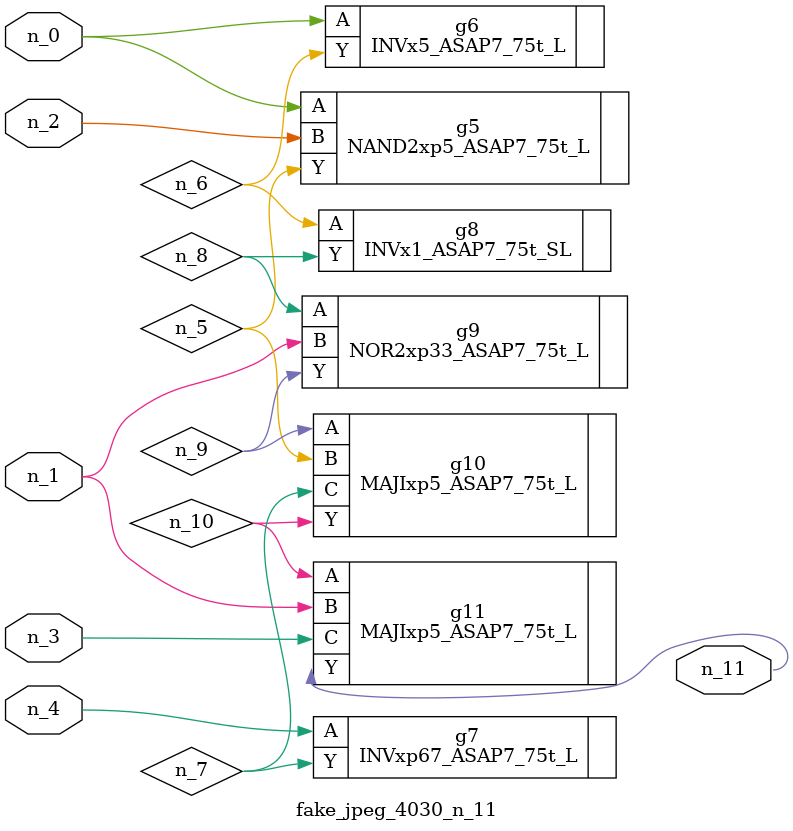
<source format=v>
module fake_jpeg_4030_n_11 (n_3, n_2, n_1, n_0, n_4, n_11);

input n_3;
input n_2;
input n_1;
input n_0;
input n_4;

output n_11;

wire n_10;
wire n_8;
wire n_9;
wire n_6;
wire n_5;
wire n_7;

NAND2xp5_ASAP7_75t_L g5 ( 
.A(n_0),
.B(n_2),
.Y(n_5)
);

INVx5_ASAP7_75t_L g6 ( 
.A(n_0),
.Y(n_6)
);

INVxp67_ASAP7_75t_L g7 ( 
.A(n_4),
.Y(n_7)
);

INVx1_ASAP7_75t_SL g8 ( 
.A(n_6),
.Y(n_8)
);

NOR2xp33_ASAP7_75t_L g9 ( 
.A(n_8),
.B(n_1),
.Y(n_9)
);

MAJIxp5_ASAP7_75t_L g10 ( 
.A(n_9),
.B(n_5),
.C(n_7),
.Y(n_10)
);

MAJIxp5_ASAP7_75t_L g11 ( 
.A(n_10),
.B(n_1),
.C(n_3),
.Y(n_11)
);


endmodule
</source>
